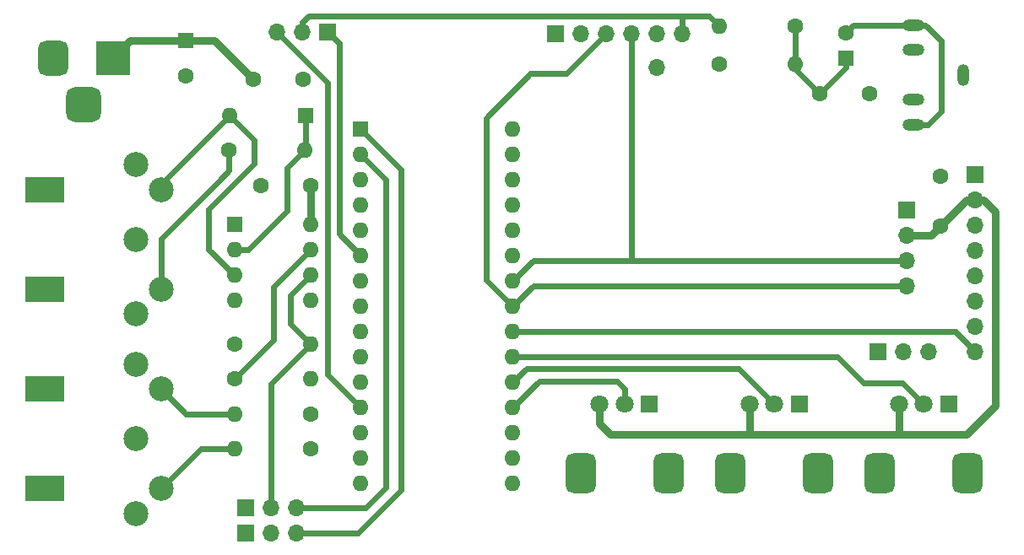
<source format=gbr>
%TF.GenerationSoftware,KiCad,Pcbnew,(6.0.5)*%
%TF.CreationDate,2023-10-19T13:29:11+01:00*%
%TF.ProjectId,NanoAudioiExperimentShield,4e616e6f-4175-4646-996f-694578706572,rev?*%
%TF.SameCoordinates,Original*%
%TF.FileFunction,Copper,L1,Top*%
%TF.FilePolarity,Positive*%
%FSLAX46Y46*%
G04 Gerber Fmt 4.6, Leading zero omitted, Abs format (unit mm)*
G04 Created by KiCad (PCBNEW (6.0.5)) date 2023-10-19 13:29:11*
%MOMM*%
%LPD*%
G01*
G04 APERTURE LIST*
G04 Aperture macros list*
%AMRoundRect*
0 Rectangle with rounded corners*
0 $1 Rounding radius*
0 $2 $3 $4 $5 $6 $7 $8 $9 X,Y pos of 4 corners*
0 Add a 4 corners polygon primitive as box body*
4,1,4,$2,$3,$4,$5,$6,$7,$8,$9,$2,$3,0*
0 Add four circle primitives for the rounded corners*
1,1,$1+$1,$2,$3*
1,1,$1+$1,$4,$5*
1,1,$1+$1,$6,$7*
1,1,$1+$1,$8,$9*
0 Add four rect primitives between the rounded corners*
20,1,$1+$1,$2,$3,$4,$5,0*
20,1,$1+$1,$4,$5,$6,$7,0*
20,1,$1+$1,$6,$7,$8,$9,0*
20,1,$1+$1,$8,$9,$2,$3,0*%
G04 Aperture macros list end*
%TA.AperFunction,ComponentPad*%
%ADD10R,1.600000X1.600000*%
%TD*%
%TA.AperFunction,ComponentPad*%
%ADD11O,1.600000X1.600000*%
%TD*%
%TA.AperFunction,WasherPad*%
%ADD12R,4.000000X2.500000*%
%TD*%
%TA.AperFunction,ComponentPad*%
%ADD13C,2.499360*%
%TD*%
%TA.AperFunction,ComponentPad*%
%ADD14R,1.700000X1.700000*%
%TD*%
%TA.AperFunction,ComponentPad*%
%ADD15O,1.700000X1.700000*%
%TD*%
%TA.AperFunction,ComponentPad*%
%ADD16C,1.600000*%
%TD*%
%TA.AperFunction,ComponentPad*%
%ADD17R,1.800000X1.800000*%
%TD*%
%TA.AperFunction,ComponentPad*%
%ADD18C,1.800000*%
%TD*%
%TA.AperFunction,ComponentPad*%
%ADD19RoundRect,0.750000X-0.750000X1.250000X-0.750000X-1.250000X0.750000X-1.250000X0.750000X1.250000X0*%
%TD*%
%TA.AperFunction,ComponentPad*%
%ADD20R,3.500000X3.500000*%
%TD*%
%TA.AperFunction,ComponentPad*%
%ADD21RoundRect,0.750000X-0.750000X-1.000000X0.750000X-1.000000X0.750000X1.000000X-0.750000X1.000000X0*%
%TD*%
%TA.AperFunction,ComponentPad*%
%ADD22RoundRect,0.875000X-0.875000X-0.875000X0.875000X-0.875000X0.875000X0.875000X-0.875000X0.875000X0*%
%TD*%
%TA.AperFunction,ComponentPad*%
%ADD23O,2.200000X1.200000*%
%TD*%
%TA.AperFunction,ComponentPad*%
%ADD24O,1.200000X2.200000*%
%TD*%
%TA.AperFunction,Conductor*%
%ADD25C,0.600000*%
%TD*%
%TA.AperFunction,Conductor*%
%ADD26C,0.800000*%
%TD*%
G04 APERTURE END LIST*
D10*
%TO.P,U1,1,NC*%
%TO.N,unconnected-(U1-Pad1)*%
X72370000Y-72000000D03*
D11*
%TO.P,U1,2,C1*%
%TO.N,Net-(D1-Pad1)*%
X72370000Y-74540000D03*
%TO.P,U1,3,C2*%
%TO.N,Net-(D1-Pad2)*%
X72370000Y-77080000D03*
%TO.P,U1,4,NC*%
%TO.N,unconnected-(U1-Pad4)*%
X72370000Y-79620000D03*
%TO.P,U1,5,GND*%
%TO.N,GND*%
X79990000Y-79620000D03*
%TO.P,U1,6,VO2*%
%TO.N,Net-(J2-Pad2)*%
X79990000Y-77080000D03*
%TO.P,U1,7,VO1*%
%TO.N,Net-(R4-Pad1)*%
X79990000Y-74540000D03*
%TO.P,U1,8,VCC*%
%TO.N,+5V*%
X79990000Y-72000000D03*
%TD*%
D12*
%TO.P,OUT1,*%
%TO.N,*%
X53302300Y-88498740D03*
X53302300Y-98501260D03*
D13*
%TO.P,OUT1,1*%
%TO.N,unconnected-(OUT1-Pad1)*%
X62497200Y-100998080D03*
%TO.P,OUT1,2*%
%TO.N,GND*%
X62499740Y-93500000D03*
%TO.P,OUT1,3*%
%TO.N,unconnected-(OUT1-Pad3)*%
X62497200Y-86001920D03*
%TO.P,OUT1,4*%
%TO.N,Net-(OUT1-Pad4)*%
X64999100Y-98496180D03*
%TO.P,OUT1,5*%
%TO.N,Net-(OUT1-Pad5)*%
X64999100Y-88503820D03*
%TD*%
D14*
%TO.P,J7,1,Pin_1*%
%TO.N,GND*%
X146680000Y-66970000D03*
D15*
%TO.P,J7,2,Pin_2*%
%TO.N,+5V*%
X146680000Y-69510000D03*
%TO.P,J7,3,Pin_3*%
%TO.N,GND*%
X146680000Y-72050000D03*
%TO.P,J7,4,Pin_4*%
%TO.N,/D4*%
X146680000Y-74590000D03*
%TO.P,J7,5,Pin_5*%
%TO.N,/D5*%
X146680000Y-77130000D03*
%TO.P,J7,6,Pin_6*%
%TO.N,/D6*%
X146680000Y-79670000D03*
%TO.P,J7,7,Pin_7*%
%TO.N,/MUX_S4*%
X146680000Y-82210000D03*
%TO.P,J7,8,Pin_8*%
%TO.N,/A3*%
X146680000Y-84750000D03*
%TD*%
D14*
%TO.P,J1,1,Pin_1*%
%TO.N,unconnected-(J1-Pad1)*%
X73500000Y-103000000D03*
D15*
%TO.P,J1,2,Pin_2*%
%TO.N,Net-(J1-Pad2)*%
X76040000Y-103000000D03*
%TO.P,J1,3,Pin_3*%
%TO.N,/D1*%
X78580000Y-103000000D03*
%TD*%
D16*
%TO.P,R7,1*%
%TO.N,GND*%
X121030000Y-55870000D03*
D11*
%TO.P,R7,2*%
%TO.N,Net-(C2-Pad1)*%
X128650000Y-55870000D03*
%TD*%
D16*
%TO.P,R1,1*%
%TO.N,+5V*%
X80000000Y-94500000D03*
D11*
%TO.P,R1,2*%
%TO.N,Net-(OUT1-Pad4)*%
X72380000Y-94500000D03*
%TD*%
D16*
%TO.P,C6,1*%
%TO.N,+5V*%
X143190000Y-72130000D03*
%TO.P,C6,2*%
%TO.N,GND*%
X143190000Y-67130000D03*
%TD*%
%TO.P,R3,1*%
%TO.N,Net-(IN1-Pad4)*%
X71840000Y-64550000D03*
D11*
%TO.P,R3,2*%
%TO.N,Net-(D1-Pad1)*%
X79460000Y-64550000D03*
%TD*%
D10*
%TO.P,C3,1*%
%TO.N,Net-(C2-Pad1)*%
X133710000Y-55310000D03*
D16*
%TO.P,C3,2*%
%TO.N,Net-(C3-Pad2)*%
X133710000Y-52810000D03*
%TD*%
%TO.P,C5,1*%
%TO.N,VCC*%
X74240000Y-57430000D03*
%TO.P,C5,2*%
%TO.N,GND*%
X79240000Y-57430000D03*
%TD*%
D17*
%TO.P,RV1,1,1*%
%TO.N,GND*%
X114000000Y-90000000D03*
D18*
%TO.P,RV1,2,2*%
%TO.N,/A0*%
X111500000Y-90000000D03*
%TO.P,RV1,3,3*%
%TO.N,+5V*%
X109000000Y-90000000D03*
D19*
%TO.P,RV1,MP*%
%TO.N,N/C*%
X115900000Y-97000000D03*
X107100000Y-97000000D03*
%TD*%
D10*
%TO.P,C4,1*%
%TO.N,VCC*%
X67470000Y-53567349D03*
D16*
%TO.P,C4,2*%
%TO.N,GND*%
X67470000Y-57067349D03*
%TD*%
D12*
%TO.P,IN1,*%
%TO.N,*%
X53302300Y-68498740D03*
X53302300Y-78501260D03*
D13*
%TO.P,IN1,1*%
%TO.N,unconnected-(IN1-Pad1)*%
X62497200Y-80998080D03*
%TO.P,IN1,2*%
%TO.N,unconnected-(IN1-Pad2)*%
X62499740Y-73500000D03*
%TO.P,IN1,3*%
%TO.N,unconnected-(IN1-Pad3)*%
X62497200Y-66001920D03*
%TO.P,IN1,4*%
%TO.N,Net-(IN1-Pad4)*%
X64999100Y-78496180D03*
%TO.P,IN1,5*%
%TO.N,Net-(D1-Pad2)*%
X64999100Y-68503820D03*
%TD*%
D17*
%TO.P,RV2,1,1*%
%TO.N,GND*%
X129000000Y-90000000D03*
D18*
%TO.P,RV2,2,2*%
%TO.N,/A1*%
X126500000Y-90000000D03*
%TO.P,RV2,3,3*%
%TO.N,+5V*%
X124000000Y-90000000D03*
D19*
%TO.P,RV2,MP*%
%TO.N,N/C*%
X122100000Y-97000000D03*
X130900000Y-97000000D03*
%TD*%
D14*
%TO.P,J3,1,Pin_1*%
%TO.N,/D3*%
X81735000Y-52670000D03*
D15*
%TO.P,J3,2,Pin_2*%
%TO.N,/AU_DAC*%
X79195000Y-52670000D03*
%TO.P,J3,3,Pin_3*%
%TO.N,/D9*%
X76655000Y-52670000D03*
%TD*%
D16*
%TO.P,R6,1*%
%TO.N,Net-(C2-Pad1)*%
X128650000Y-52120000D03*
D11*
%TO.P,R6,2*%
%TO.N,/AU_DAC*%
X121030000Y-52120000D03*
%TD*%
D17*
%TO.P,RV3,1,1*%
%TO.N,GND*%
X144000000Y-90000000D03*
D18*
%TO.P,RV3,2,2*%
%TO.N,/A2*%
X141500000Y-90000000D03*
%TO.P,RV3,3,3*%
%TO.N,+5V*%
X139000000Y-90000000D03*
D19*
%TO.P,RV3,MP*%
%TO.N,N/C*%
X137100000Y-97000000D03*
X145900000Y-97000000D03*
%TD*%
D20*
%TO.P,J4,1*%
%TO.N,VCC*%
X60200000Y-55302500D03*
D21*
%TO.P,J4,2*%
%TO.N,GND*%
X54200000Y-55302500D03*
D22*
%TO.P,J4,3*%
%TO.N,N/C*%
X57200000Y-60002500D03*
%TD*%
D16*
%TO.P,R2,1*%
%TO.N,Net-(J1-Pad2)*%
X80000000Y-91000000D03*
D11*
%TO.P,R2,2*%
%TO.N,Net-(OUT1-Pad5)*%
X72380000Y-91000000D03*
%TD*%
D14*
%TO.P,J8,1,Pin_1*%
%TO.N,GND*%
X104530000Y-52870000D03*
D15*
%TO.P,J8,2,Pin_2*%
%TO.N,+5V*%
X107070000Y-52870000D03*
%TO.P,J8,3,Pin_3*%
%TO.N,/A4(SDA)*%
X109610000Y-52870000D03*
%TO.P,J8,4,Pin_4*%
%TO.N,/A5(SCL)*%
X112150000Y-52870000D03*
%TO.P,J8,5,Pin_5*%
%TO.N,GND*%
X114690000Y-52870000D03*
%TO.P,J8,6,Pin_6*%
%TO.N,/AU_DAC*%
X117230000Y-52870000D03*
%TD*%
D14*
%TO.P,J6,1,Pin_1*%
%TO.N,/D7*%
X136915000Y-84770000D03*
D15*
%TO.P,J6,2,Pin_2*%
%TO.N,/MUX_S4*%
X139455000Y-84770000D03*
%TO.P,J6,3,Pin_3*%
%TO.N,GND*%
X141995000Y-84770000D03*
%TD*%
D10*
%TO.P,D1,1,K*%
%TO.N,Net-(D1-Pad1)*%
X79470000Y-61050000D03*
D11*
%TO.P,D1,2,A*%
%TO.N,Net-(D1-Pad2)*%
X71850000Y-61050000D03*
%TD*%
D14*
%TO.P,A2,1,Pin_1*%
%TO.N,GND*%
X139800000Y-70540000D03*
D15*
%TO.P,A2,2,Pin_2*%
%TO.N,+5V*%
X139800000Y-73080000D03*
%TO.P,A2,3,Pin_3*%
%TO.N,/A5(SCL)*%
X139800000Y-75620000D03*
%TO.P,A2,4,Pin_4*%
%TO.N,/A4(SDA)*%
X139800000Y-78160000D03*
%TD*%
D14*
%TO.P,J2,1,Pin_1*%
%TO.N,unconnected-(J2-Pad1)*%
X73500000Y-100460000D03*
D15*
%TO.P,J2,2,Pin_2*%
%TO.N,Net-(J2-Pad2)*%
X76040000Y-100460000D03*
%TO.P,J2,3,Pin_3*%
%TO.N,/D0*%
X78580000Y-100460000D03*
%TD*%
D16*
%TO.P,C2,1*%
%TO.N,Net-(C2-Pad1)*%
X131070000Y-58840000D03*
%TO.P,C2,2*%
%TO.N,GND*%
X136070000Y-58840000D03*
%TD*%
%TO.P,C1,1*%
%TO.N,+5V*%
X80030000Y-68070000D03*
%TO.P,C1,2*%
%TO.N,GND*%
X75030000Y-68070000D03*
%TD*%
%TO.P,R4,1*%
%TO.N,Net-(R4-Pad1)*%
X72370000Y-87500000D03*
D11*
%TO.P,R4,2*%
%TO.N,GND*%
X79990000Y-87500000D03*
%TD*%
D10*
%TO.P,A1,1,D1/TX*%
%TO.N,/D1*%
X85030000Y-62440000D03*
D11*
%TO.P,A1,2,D0/RX*%
%TO.N,/D0*%
X85030000Y-64980000D03*
%TO.P,A1,3,~{RESET}*%
%TO.N,unconnected-(A1-Pad3)*%
X85030000Y-67520000D03*
%TO.P,A1,4,GND*%
%TO.N,GND*%
X85030000Y-70060000D03*
%TO.P,A1,5,D2*%
%TO.N,/D2*%
X85030000Y-72600000D03*
%TO.P,A1,6,D3*%
%TO.N,/D3*%
X85030000Y-75140000D03*
%TO.P,A1,7,D4*%
%TO.N,/D4*%
X85030000Y-77680000D03*
%TO.P,A1,8,D5*%
%TO.N,/D5*%
X85030000Y-80220000D03*
%TO.P,A1,9,D6*%
%TO.N,/D6*%
X85030000Y-82760000D03*
%TO.P,A1,10,D7*%
%TO.N,/D7*%
X85030000Y-85300000D03*
%TO.P,A1,11,D8*%
%TO.N,/D8*%
X85030000Y-87840000D03*
%TO.P,A1,12,D9*%
%TO.N,/D9*%
X85030000Y-90380000D03*
%TO.P,A1,13,D10*%
%TO.N,/D10*%
X85030000Y-92920000D03*
%TO.P,A1,14,D11*%
%TO.N,/D11*%
X85030000Y-95460000D03*
%TO.P,A1,15,D12*%
%TO.N,/D12*%
X85030000Y-98000000D03*
%TO.P,A1,16,D13*%
%TO.N,/D13*%
X100270000Y-98000000D03*
%TO.P,A1,17,3V3*%
%TO.N,+3V3*%
X100270000Y-95460000D03*
%TO.P,A1,18,AREF*%
%TO.N,unconnected-(A1-Pad18)*%
X100270000Y-92920000D03*
%TO.P,A1,19,A0*%
%TO.N,/A0*%
X100270000Y-90380000D03*
%TO.P,A1,20,A1*%
%TO.N,/A1*%
X100270000Y-87840000D03*
%TO.P,A1,21,A2*%
%TO.N,/A2*%
X100270000Y-85300000D03*
%TO.P,A1,22,A3*%
%TO.N,/A3*%
X100270000Y-82760000D03*
%TO.P,A1,23,A4*%
%TO.N,/A4(SDA)*%
X100270000Y-80220000D03*
%TO.P,A1,24,A5*%
%TO.N,/A5(SCL)*%
X100270000Y-77680000D03*
%TO.P,A1,25,A6*%
%TO.N,/A6*%
X100270000Y-75140000D03*
%TO.P,A1,26,A7*%
%TO.N,/A7*%
X100270000Y-72600000D03*
%TO.P,A1,27,+5V*%
%TO.N,+5V*%
X100270000Y-70060000D03*
%TO.P,A1,28,~{RESET}*%
%TO.N,unconnected-(A1-Pad28)*%
X100270000Y-67520000D03*
%TO.P,A1,29,GND*%
%TO.N,GND*%
X100270000Y-64980000D03*
%TO.P,A1,30,VIN*%
%TO.N,VCC*%
X100270000Y-62440000D03*
%TD*%
D23*
%TO.P,J5,R*%
%TO.N,Net-(C3-Pad2)*%
X140500000Y-61980000D03*
%TO.P,J5,RN*%
%TO.N,N/C*%
X140500000Y-59480000D03*
D24*
%TO.P,J5,S*%
%TO.N,GND*%
X145500000Y-56980000D03*
D23*
%TO.P,J5,T*%
%TO.N,Net-(C3-Pad2)*%
X140500000Y-51980000D03*
%TO.P,J5,TN*%
%TO.N,N/C*%
X140500000Y-54480000D03*
%TD*%
D16*
%TO.P,R5,1*%
%TO.N,+5V*%
X72370000Y-84000000D03*
D11*
%TO.P,R5,2*%
%TO.N,Net-(J2-Pad2)*%
X79990000Y-84000000D03*
%TD*%
D15*
%TO.P,,0,Pin_5*%
%TO.N,GND*%
X114690000Y-56200000D03*
%TD*%
D25*
%TO.N,Net-(C3-Pad2)*%
X141920000Y-61980000D02*
X140500000Y-61980000D01*
%TO.N,/D1*%
X89070000Y-66480000D02*
X89070000Y-98670000D01*
X89070000Y-98670000D02*
X84740000Y-103000000D01*
X84740000Y-103000000D02*
X78580000Y-103000000D01*
X85030000Y-62440000D02*
X89070000Y-66480000D01*
%TO.N,/D0*%
X85030000Y-64980000D02*
X87580000Y-67530000D01*
X87580000Y-98400000D02*
X85520000Y-100460000D01*
X87580000Y-67530000D02*
X87580000Y-98400000D01*
X85520000Y-100460000D02*
X78580000Y-100460000D01*
%TO.N,/D3*%
X85030000Y-75140000D02*
X82850000Y-72960000D01*
X82850000Y-72960000D02*
X82850000Y-53785000D01*
X82850000Y-53785000D02*
X81735000Y-52670000D01*
%TO.N,/D9*%
X81710000Y-57725000D02*
X81710000Y-87060000D01*
X76655000Y-52670000D02*
X81710000Y-57725000D01*
X81710000Y-87060000D02*
X85030000Y-90380000D01*
%TO.N,/A0*%
X102940000Y-87710000D02*
X100270000Y-90380000D01*
X111500000Y-88470000D02*
X110740000Y-87710000D01*
X110740000Y-87710000D02*
X102940000Y-87710000D01*
X111500000Y-90000000D02*
X111500000Y-88470000D01*
%TO.N,/A1*%
X100270000Y-87840000D02*
X101670000Y-86440000D01*
X122940000Y-86440000D02*
X126500000Y-90000000D01*
X101670000Y-86440000D02*
X122940000Y-86440000D01*
%TO.N,/A2*%
X139370000Y-87870000D02*
X135430000Y-87870000D01*
X141500000Y-90000000D02*
X139370000Y-87870000D01*
X132860000Y-85300000D02*
X100270000Y-85300000D01*
X135430000Y-87870000D02*
X132860000Y-85300000D01*
%TO.N,/A3*%
X100270000Y-82760000D02*
X144690000Y-82760000D01*
X144690000Y-82760000D02*
X146680000Y-84750000D01*
%TO.N,/A4(SDA)*%
X102330000Y-78160000D02*
X100270000Y-80220000D01*
X97590000Y-77540000D02*
X100270000Y-80220000D01*
X109610000Y-52870000D02*
X105630000Y-56850000D01*
X139800000Y-78160000D02*
X102330000Y-78160000D01*
X102040000Y-56850000D02*
X97590000Y-61300000D01*
X97590000Y-61300000D02*
X97590000Y-77540000D01*
X105630000Y-56850000D02*
X102040000Y-56850000D01*
%TO.N,/A5(SCL)*%
X112150000Y-75410000D02*
X111940000Y-75620000D01*
X102330000Y-75620000D02*
X100270000Y-77680000D01*
X112150000Y-52870000D02*
X112150000Y-75410000D01*
X139800000Y-75620000D02*
X111940000Y-75620000D01*
X111940000Y-75620000D02*
X102330000Y-75620000D01*
D26*
%TO.N,+5V*%
X123760000Y-93070000D02*
X128840000Y-93070000D01*
X145810000Y-69510000D02*
X143190000Y-72130000D01*
X142240000Y-73080000D02*
X143190000Y-72130000D01*
X110100000Y-93070000D02*
X109000000Y-91970000D01*
X80030000Y-68070000D02*
X80030000Y-71960000D01*
X148720000Y-90160000D02*
X148720000Y-70700000D01*
X128840000Y-93070000D02*
X139070000Y-93070000D01*
X148720000Y-70700000D02*
X147530000Y-69510000D01*
X124000000Y-92830000D02*
X124000000Y-90000000D01*
X123760000Y-93070000D02*
X124000000Y-92830000D01*
X139070000Y-93070000D02*
X145810000Y-93070000D01*
X109000000Y-91970000D02*
X109000000Y-90000000D01*
X80030000Y-71960000D02*
X79990000Y-72000000D01*
X139800000Y-73080000D02*
X142240000Y-73080000D01*
X145810000Y-93070000D02*
X148720000Y-90160000D01*
X139000000Y-93000000D02*
X139000000Y-90000000D01*
X123760000Y-93070000D02*
X110100000Y-93070000D01*
D25*
X139000000Y-93000000D02*
X139070000Y-93070000D01*
D26*
X147530000Y-69510000D02*
X146680000Y-69510000D01*
X146680000Y-69510000D02*
X145810000Y-69510000D01*
D25*
%TO.N,Net-(C2-Pad1)*%
X128650000Y-55870000D02*
X128650000Y-56420000D01*
X133690000Y-55217626D02*
X133690000Y-56220000D01*
X133690000Y-56220000D02*
X131070000Y-58840000D01*
X128650000Y-56420000D02*
X131070000Y-58840000D01*
X128650000Y-52120000D02*
X128650000Y-55870000D01*
%TO.N,Net-(D1-Pad1)*%
X72370000Y-74540000D02*
X73780000Y-74540000D01*
X77660000Y-66350000D02*
X79460000Y-64550000D01*
X79470000Y-61050000D02*
X79470000Y-64540000D01*
X73780000Y-74540000D02*
X77660000Y-70660000D01*
X77660000Y-70660000D02*
X77660000Y-66350000D01*
%TO.N,Net-(D1-Pad2)*%
X74300000Y-64200000D02*
X74300000Y-65930000D01*
X69800000Y-70430000D02*
X69800000Y-74510000D01*
X64999100Y-67900900D02*
X64999100Y-68503820D01*
X71850000Y-61050000D02*
X74300000Y-63500000D01*
X74300000Y-65930000D02*
X69800000Y-70430000D01*
X74300000Y-63500000D02*
X74300000Y-64200000D01*
X69800000Y-74510000D02*
X72370000Y-77080000D01*
X71850000Y-61050000D02*
X64999100Y-67900900D01*
%TO.N,Net-(IN1-Pad4)*%
X64999100Y-73440900D02*
X70885000Y-67555000D01*
X64999100Y-73440900D02*
X64999100Y-78496180D01*
X70885000Y-67555000D02*
X71840000Y-66600000D01*
X71840000Y-66600000D02*
X71840000Y-64550000D01*
%TO.N,Net-(J2-Pad2)*%
X79990000Y-77080000D02*
X77940000Y-79130000D01*
X76040000Y-87950000D02*
X76040000Y-100460000D01*
X79990000Y-84000000D02*
X76040000Y-87950000D01*
X77940000Y-81950000D02*
X79990000Y-84000000D01*
X77940000Y-79130000D02*
X77940000Y-81950000D01*
%TO.N,Net-(OUT1-Pad4)*%
X68995280Y-94500000D02*
X64999100Y-98496180D01*
X72380000Y-94500000D02*
X68995280Y-94500000D01*
%TO.N,Net-(OUT1-Pad5)*%
X64999100Y-88503820D02*
X67495280Y-91000000D01*
X67495280Y-91000000D02*
X72380000Y-91000000D01*
%TO.N,Net-(R4-Pad1)*%
X76310000Y-78220000D02*
X76310000Y-83560000D01*
X79990000Y-74540000D02*
X76310000Y-78220000D01*
X76310000Y-83560000D02*
X72370000Y-87500000D01*
D26*
%TO.N,VCC*%
X67470000Y-53567349D02*
X70377349Y-53567349D01*
X61935151Y-53567349D02*
X60200000Y-55302500D01*
X70377349Y-53567349D02*
X74240000Y-57430000D01*
X67470000Y-53567349D02*
X61935151Y-53567349D01*
D25*
%TO.N,/AU_DAC*%
X79195000Y-51695000D02*
X79195000Y-52670000D01*
X117240000Y-51050000D02*
X119960000Y-51050000D01*
X117230000Y-51060000D02*
X117240000Y-51050000D01*
X117240000Y-51050000D02*
X79840000Y-51050000D01*
X117230000Y-52870000D02*
X117230000Y-51060000D01*
X79840000Y-51050000D02*
X79195000Y-51695000D01*
X119960000Y-51050000D02*
X121030000Y-52120000D01*
%TO.N,Net-(C3-Pad2)*%
X137870000Y-51980000D02*
X134427626Y-51980000D01*
X140500000Y-51980000D02*
X137870000Y-51980000D01*
X134427626Y-51980000D02*
X133690000Y-52717626D01*
X141670000Y-51980000D02*
X143220000Y-53530000D01*
X143220000Y-53530000D02*
X143220000Y-60680000D01*
X140500000Y-51980000D02*
X141670000Y-51980000D01*
X143220000Y-60680000D02*
X141920000Y-61980000D01*
%TD*%
M02*

</source>
